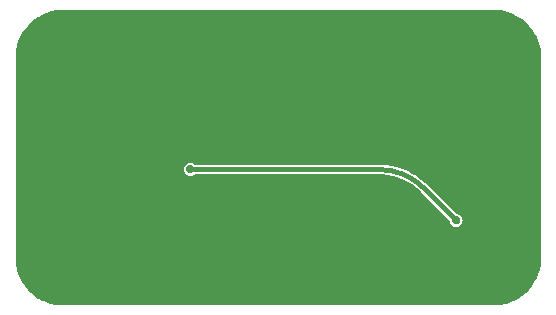
<source format=gbl>
%TF.GenerationSoftware,KiCad,Pcbnew,8.0.1*%
%TF.CreationDate,2024-12-12T11:44:27-05:00*%
%TF.ProjectId,max9643_breakout,6d617839-3634-4335-9f62-7265616b6f75,rev?*%
%TF.SameCoordinates,Original*%
%TF.FileFunction,Copper,L2,Bot*%
%TF.FilePolarity,Positive*%
%FSLAX46Y46*%
G04 Gerber Fmt 4.6, Leading zero omitted, Abs format (unit mm)*
G04 Created by KiCad (PCBNEW 8.0.1) date 2024-12-12 11:44:27*
%MOMM*%
%LPD*%
G01*
G04 APERTURE LIST*
%TA.AperFunction,ViaPad*%
%ADD10C,0.700000*%
%TD*%
%TA.AperFunction,Conductor*%
%ADD11C,0.381000*%
%TD*%
%ADD12C,0.300000*%
G04 APERTURE END LIST*
D10*
%TO.N,GND*%
X120000000Y-69000000D03*
X129000000Y-69000000D03*
X109500000Y-72000000D03*
X99000000Y-75000000D03*
X105000000Y-57000000D03*
X96000000Y-75000000D03*
X111000000Y-75000000D03*
X112500000Y-60000000D03*
X97500000Y-54000000D03*
X118500000Y-72000000D03*
X115500000Y-54000000D03*
X124500000Y-72000000D03*
X93000000Y-75000000D03*
X124500000Y-54000000D03*
X103500000Y-72000000D03*
X105000000Y-75000000D03*
X112500000Y-54000000D03*
X117000000Y-57000000D03*
X102000000Y-75000000D03*
X124500000Y-60000000D03*
X123000000Y-75000000D03*
X120000000Y-57000000D03*
X127500000Y-60000000D03*
X117000000Y-75000000D03*
X106500000Y-60000000D03*
X117000000Y-69000000D03*
X103500000Y-54000000D03*
X115500000Y-72000000D03*
X102000000Y-57000000D03*
X120000000Y-75000000D03*
X100500000Y-54000000D03*
X123000000Y-57000000D03*
X102200000Y-63200000D03*
X91500000Y-54000000D03*
X105000000Y-69000000D03*
X115500000Y-60000000D03*
X101100000Y-63200000D03*
X121500000Y-72000000D03*
X123000000Y-69000000D03*
X108000000Y-57000000D03*
X108000000Y-69000000D03*
X121500000Y-54000000D03*
X94500000Y-54000000D03*
X109500000Y-60000000D03*
X132000000Y-69000000D03*
X126000000Y-57000000D03*
X109500000Y-54000000D03*
X114000000Y-75000000D03*
X118500000Y-60000000D03*
X121500000Y-60000000D03*
X114000000Y-57000000D03*
X111000000Y-69000000D03*
X106500000Y-54000000D03*
X114000000Y-69000000D03*
X126000000Y-75000000D03*
X118500000Y-54000000D03*
X130500000Y-60000000D03*
X112500000Y-72000000D03*
X106500000Y-72000000D03*
X111000000Y-57000000D03*
X108000000Y-75000000D03*
%TO.N,/OUT*%
X126800000Y-69800000D03*
X104300000Y-65500000D03*
%TD*%
D11*
%TO.N,/OUT*%
X126800000Y-69800000D02*
X126900000Y-69900000D01*
X124093792Y-67093792D02*
X126800000Y-69800000D01*
X104300000Y-65500000D02*
X120246036Y-65500000D01*
X124093791Y-67093793D02*
G75*
G03*
X120246036Y-65499990I-3847791J-3847807D01*
G01*
%TD*%
%TA.AperFunction,Conductor*%
%TO.N,GND*%
G36*
X130000733Y-52000008D02*
G01*
X130191077Y-52002343D01*
X130201681Y-52002930D01*
X130581224Y-52040312D01*
X130593249Y-52042096D01*
X130966527Y-52116345D01*
X130978329Y-52119301D01*
X131342544Y-52229785D01*
X131354002Y-52233885D01*
X131705627Y-52379532D01*
X131716626Y-52384734D01*
X132052282Y-52564147D01*
X132062713Y-52570399D01*
X132379169Y-52781849D01*
X132388942Y-52789097D01*
X132683148Y-53030544D01*
X132692165Y-53038717D01*
X132961282Y-53307834D01*
X132969455Y-53316851D01*
X133210902Y-53611057D01*
X133218150Y-53620830D01*
X133429600Y-53937286D01*
X133435856Y-53947724D01*
X133615264Y-54283372D01*
X133620467Y-54294372D01*
X133766114Y-54645997D01*
X133770214Y-54657455D01*
X133880698Y-55021670D01*
X133883654Y-55033474D01*
X133957902Y-55406744D01*
X133959688Y-55418781D01*
X133997068Y-55798304D01*
X133997656Y-55808937D01*
X133999991Y-55999266D01*
X134000000Y-56000787D01*
X134000000Y-72999212D01*
X133999991Y-73000733D01*
X133997656Y-73191062D01*
X133997068Y-73201695D01*
X133959688Y-73581218D01*
X133957902Y-73593255D01*
X133883654Y-73966525D01*
X133880698Y-73978329D01*
X133770214Y-74342544D01*
X133766114Y-74354002D01*
X133620467Y-74705627D01*
X133615264Y-74716627D01*
X133435856Y-75052275D01*
X133429600Y-75062713D01*
X133218150Y-75379169D01*
X133210902Y-75388942D01*
X132969455Y-75683148D01*
X132961282Y-75692165D01*
X132692165Y-75961282D01*
X132683148Y-75969455D01*
X132388942Y-76210902D01*
X132379169Y-76218150D01*
X132062713Y-76429600D01*
X132052275Y-76435856D01*
X131716627Y-76615264D01*
X131705627Y-76620467D01*
X131354002Y-76766114D01*
X131342544Y-76770214D01*
X130978329Y-76880698D01*
X130966525Y-76883654D01*
X130593255Y-76957902D01*
X130581218Y-76959688D01*
X130201695Y-76997068D01*
X130191062Y-76997656D01*
X130000734Y-76999991D01*
X129999213Y-77000000D01*
X93500787Y-77000000D01*
X93499266Y-76999991D01*
X93308937Y-76997656D01*
X93298304Y-76997068D01*
X92918781Y-76959688D01*
X92906744Y-76957902D01*
X92533474Y-76883654D01*
X92521670Y-76880698D01*
X92157455Y-76770214D01*
X92145997Y-76766114D01*
X91794372Y-76620467D01*
X91783372Y-76615264D01*
X91447724Y-76435856D01*
X91437286Y-76429600D01*
X91120830Y-76218150D01*
X91111057Y-76210902D01*
X90816851Y-75969455D01*
X90807834Y-75961282D01*
X90538717Y-75692165D01*
X90530544Y-75683148D01*
X90289097Y-75388942D01*
X90281849Y-75379169D01*
X90070399Y-75062713D01*
X90064143Y-75052275D01*
X89884735Y-74716627D01*
X89879532Y-74705627D01*
X89733885Y-74354002D01*
X89729785Y-74342544D01*
X89619301Y-73978329D01*
X89616345Y-73966525D01*
X89542097Y-73593255D01*
X89540311Y-73581218D01*
X89502930Y-73201681D01*
X89502343Y-73191075D01*
X89500009Y-73000732D01*
X89500000Y-72999212D01*
X89500000Y-65500000D01*
X103744750Y-65500000D01*
X103763271Y-65640682D01*
X103763670Y-65643708D01*
X103763671Y-65643712D01*
X103819137Y-65777622D01*
X103819138Y-65777624D01*
X103819139Y-65777625D01*
X103907379Y-65892621D01*
X104022375Y-65980861D01*
X104156291Y-66036330D01*
X104283280Y-66053048D01*
X104299999Y-66055250D01*
X104300000Y-66055250D01*
X104300001Y-66055250D01*
X104314977Y-66053278D01*
X104443709Y-66036330D01*
X104577625Y-65980861D01*
X104661340Y-65916623D01*
X104726509Y-65891430D01*
X104736826Y-65891000D01*
X120189816Y-65891000D01*
X120243607Y-65891000D01*
X120248475Y-65891095D01*
X120637443Y-65906381D01*
X120647116Y-65907142D01*
X121031292Y-65952614D01*
X121040866Y-65954130D01*
X121420300Y-66029606D01*
X121429731Y-66031870D01*
X121802053Y-66136878D01*
X121811282Y-66139876D01*
X122174222Y-66273772D01*
X122183217Y-66277498D01*
X122534516Y-66439450D01*
X122543180Y-66443866D01*
X122880687Y-66632880D01*
X122888989Y-66637967D01*
X123210616Y-66852871D01*
X123218490Y-66858591D01*
X123522280Y-67098080D01*
X123529677Y-67104398D01*
X123815719Y-67368812D01*
X123819229Y-67372187D01*
X126214638Y-69767596D01*
X126248123Y-69828919D01*
X126249896Y-69839091D01*
X126263670Y-69943707D01*
X126263671Y-69943712D01*
X126319137Y-70077622D01*
X126319138Y-70077624D01*
X126319139Y-70077625D01*
X126407379Y-70192621D01*
X126522375Y-70280861D01*
X126656291Y-70336330D01*
X126783280Y-70353048D01*
X126799999Y-70355250D01*
X126800000Y-70355250D01*
X126800001Y-70355250D01*
X126814977Y-70353278D01*
X126943709Y-70336330D01*
X127077625Y-70280861D01*
X127192621Y-70192621D01*
X127280861Y-70077625D01*
X127336330Y-69943709D01*
X127355250Y-69800000D01*
X127336330Y-69656291D01*
X127280861Y-69522375D01*
X127192621Y-69407379D01*
X127077625Y-69319139D01*
X127077624Y-69319138D01*
X127077622Y-69319137D01*
X126943712Y-69263671D01*
X126943710Y-69263670D01*
X126943709Y-69263670D01*
X126908688Y-69259059D01*
X126839091Y-69249896D01*
X126775194Y-69221629D01*
X126767596Y-69214638D01*
X124328402Y-66775443D01*
X124328257Y-66775315D01*
X124323154Y-66770212D01*
X124208221Y-66655280D01*
X123859710Y-66357624D01*
X123488919Y-66088229D01*
X123488916Y-66088227D01*
X123488909Y-66088222D01*
X123098152Y-65848765D01*
X123098141Y-65848759D01*
X123098140Y-65848758D01*
X123098136Y-65848756D01*
X122689768Y-65640682D01*
X122689754Y-65640676D01*
X122266346Y-65465293D01*
X122266341Y-65465291D01*
X122266335Y-65465289D01*
X121830445Y-65323658D01*
X121384787Y-65216663D01*
X121384781Y-65216662D01*
X120932116Y-65144965D01*
X120932100Y-65144963D01*
X120475204Y-65109002D01*
X120475192Y-65109001D01*
X120297513Y-65109000D01*
X120297512Y-65109000D01*
X120246039Y-65109000D01*
X120189821Y-65108999D01*
X120189820Y-65108999D01*
X120179833Y-65108999D01*
X120179821Y-65109000D01*
X104736826Y-65109000D01*
X104669787Y-65089315D01*
X104661349Y-65083383D01*
X104577625Y-65019139D01*
X104577624Y-65019138D01*
X104577622Y-65019137D01*
X104443712Y-64963671D01*
X104443710Y-64963670D01*
X104443709Y-64963670D01*
X104371854Y-64954210D01*
X104300001Y-64944750D01*
X104299999Y-64944750D01*
X104156291Y-64963670D01*
X104156287Y-64963671D01*
X104022377Y-65019137D01*
X103907379Y-65107379D01*
X103819137Y-65222377D01*
X103763671Y-65356287D01*
X103763670Y-65356291D01*
X103744750Y-65500000D01*
X89500000Y-65500000D01*
X89500000Y-56000787D01*
X89500009Y-55999267D01*
X89500039Y-55996784D01*
X89502343Y-55808922D01*
X89502930Y-55798320D01*
X89540312Y-55418772D01*
X89542097Y-55406744D01*
X89616345Y-55033474D01*
X89619301Y-55021670D01*
X89729785Y-54657455D01*
X89733885Y-54645997D01*
X89879532Y-54294372D01*
X89884730Y-54283380D01*
X90064152Y-53947708D01*
X90070390Y-53937300D01*
X90281852Y-53620825D01*
X90289091Y-53611064D01*
X90530555Y-53316838D01*
X90538707Y-53307844D01*
X90807844Y-53038707D01*
X90816838Y-53030555D01*
X91111064Y-52789091D01*
X91120825Y-52781852D01*
X91437300Y-52570390D01*
X91447708Y-52564152D01*
X91783380Y-52384730D01*
X91794363Y-52379535D01*
X92146004Y-52233882D01*
X92157447Y-52229787D01*
X92521677Y-52119299D01*
X92533468Y-52116346D01*
X92906753Y-52042095D01*
X92918772Y-52040312D01*
X93298320Y-52002930D01*
X93308922Y-52002343D01*
X93496784Y-52000039D01*
X93499267Y-52000009D01*
X93500787Y-52000000D01*
X129999213Y-52000000D01*
X130000733Y-52000008D01*
G37*
%TD.AperFunction*%
%TD*%
D12*
X120000000Y-69000000D03*
X129000000Y-69000000D03*
X109500000Y-72000000D03*
X99000000Y-75000000D03*
X105000000Y-57000000D03*
X96000000Y-75000000D03*
X111000000Y-75000000D03*
X112500000Y-60000000D03*
X97500000Y-54000000D03*
X118500000Y-72000000D03*
X115500000Y-54000000D03*
X124500000Y-72000000D03*
X93000000Y-75000000D03*
X124500000Y-54000000D03*
X103500000Y-72000000D03*
X105000000Y-75000000D03*
X112500000Y-54000000D03*
X117000000Y-57000000D03*
X102000000Y-75000000D03*
X124500000Y-60000000D03*
X123000000Y-75000000D03*
X120000000Y-57000000D03*
X127500000Y-60000000D03*
X117000000Y-75000000D03*
X106500000Y-60000000D03*
X117000000Y-69000000D03*
X103500000Y-54000000D03*
X115500000Y-72000000D03*
X102000000Y-57000000D03*
X120000000Y-75000000D03*
X100500000Y-54000000D03*
X123000000Y-57000000D03*
X102200000Y-63200000D03*
X91500000Y-54000000D03*
X105000000Y-69000000D03*
X115500000Y-60000000D03*
X101100000Y-63200000D03*
X121500000Y-72000000D03*
X123000000Y-69000000D03*
X108000000Y-57000000D03*
X108000000Y-69000000D03*
X121500000Y-54000000D03*
X94500000Y-54000000D03*
X109500000Y-60000000D03*
X132000000Y-69000000D03*
X126000000Y-57000000D03*
X109500000Y-54000000D03*
X114000000Y-75000000D03*
X118500000Y-60000000D03*
X121500000Y-60000000D03*
X114000000Y-57000000D03*
X111000000Y-69000000D03*
X106500000Y-54000000D03*
X114000000Y-69000000D03*
X126000000Y-75000000D03*
X118500000Y-54000000D03*
X130500000Y-60000000D03*
X112500000Y-72000000D03*
X106500000Y-72000000D03*
X111000000Y-57000000D03*
X108000000Y-75000000D03*
X126800000Y-69800000D03*
X104300000Y-65500000D03*
M02*

</source>
